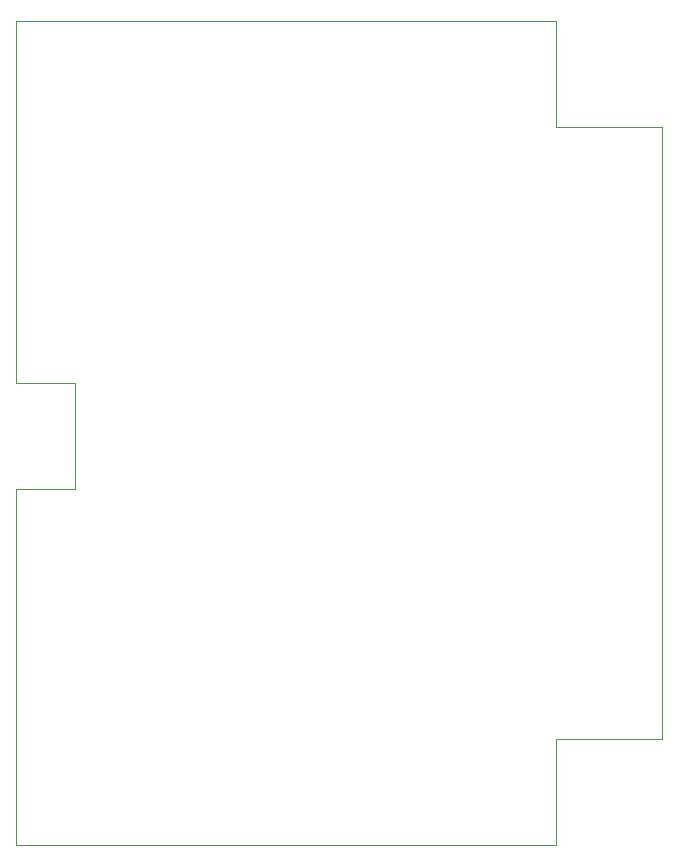
<source format=gbr>
%TF.GenerationSoftware,Altium Limited,Altium Designer,19.1.8 (144)*%
G04 Layer_Color=0*
%FSLAX26Y26*%
%MOIN*%
%TF.FileFunction,Profile,NP*%
%TF.Part,Single*%
G01*
G75*
%TA.AperFunction,Profile*%
%ADD43C,0.001000*%
D43*
X1413386Y2130905D02*
X1610236D01*
Y1776575D01*
X1413386D01*
Y589567D01*
X3212598D01*
Y943898D01*
X3566929D01*
Y2984252D01*
X3212598D01*
Y3338583D01*
X1413386D01*
Y2130905D01*
%TF.MD5,e5f6a03fdf399026eeb04a4a7ec89957*%
M02*

</source>
